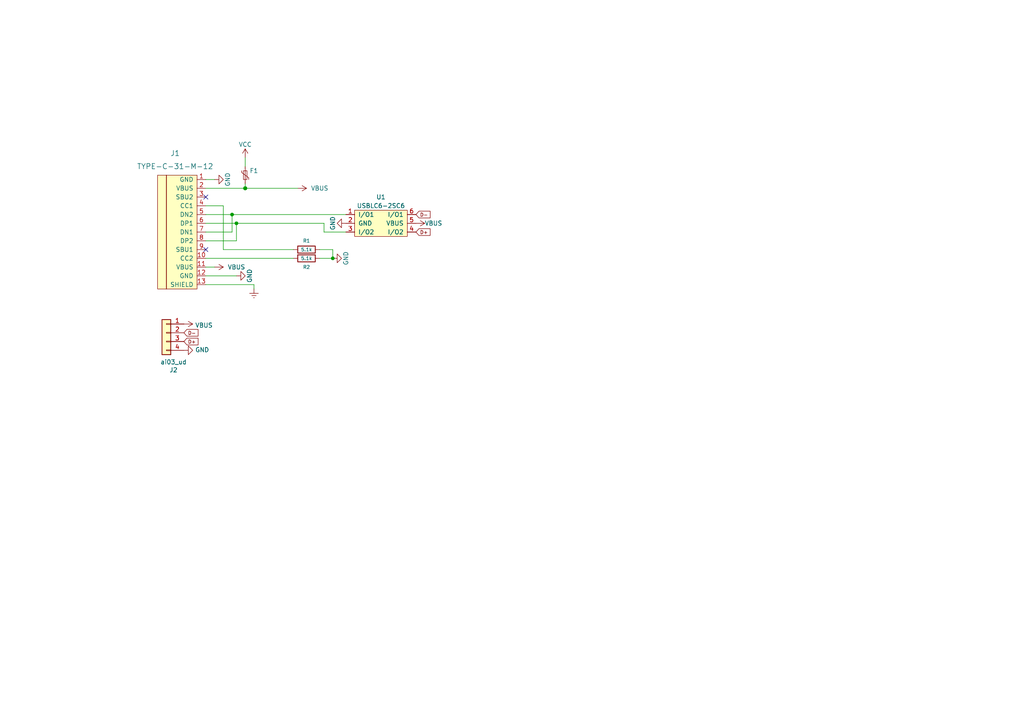
<source format=kicad_sch>
(kicad_sch (version 20211123) (generator eeschema)
  (paper "A4")
  (lib_symbols
    (symbol "Connector_Generic:Conn_01x04" (pin_names hide)
      (property "Reference" "J" (at 0 5.08 0))
      (property "Value" "Conn_01x04" (at 0 -7.62 0))
      (symbol "Conn_01x04_1_1"
        (rectangle (start -1.27 -4.953) (end 0 -5.207))
        (rectangle (start -1.27 -2.413) (end 0 -2.667))
        (rectangle (start -1.27 0.127) (end 0 -0.127))
        (rectangle (start -1.27 2.667) (end 0 2.413))
        (rectangle (start -1.27 3.81) (end 1.27 -6.35) (stroke (width 0.254)) (fill (type background)))
        (pin passive line (at -5.08 2.54 0) (length 3.81) (name "Pin_1") (number "1"))
        (pin passive line (at -5.08 0 0) (length 3.81) (name "Pin_2") (number "2"))
        (pin passive line (at -5.08 -2.54 0) (length 3.81) (name "Pin_3") (number "3"))
        (pin passive line (at -5.08 -5.08 0) (length 3.81) (name "Pin_4") (number "4"))
      )
    )
    (symbol "Device:Polyfuse_Small" (pin_numbers hide) (pin_names (offset 0))
      (property "Reference" "F" (at -1.905 0 90))
      (property "Value" "Polyfuse_Small" (at 1.905 0 90))
      (symbol "Polyfuse_Small_0_1"
        (rectangle (start -0.508 1.27) (end 0.508 -1.27))
        (polyline (pts (xy 0 2.54) (xy 0 -2.54)))
        (polyline (pts (xy -1.016 1.27) (xy -1.016 0.762) (xy 1.016 -0.762) (xy 1.016 -1.27)))
      )
      (symbol "Polyfuse_Small_1_1"
        (pin passive line (at 0 2.54 270) (length 0.635) (name "~") (number "1"))
        (pin passive line (at 0 -2.54 90) (length 0.635) (name "~") (number "2"))
      )
    )
    (symbol "Device:R" (pin_numbers hide) (pin_names (offset 0))
      (property "Reference" "R" (at 2.032 0 90))
      (property "Value" "R" (at 0 0 90))
      (symbol "R_0_1"
        (rectangle (start -1.016 -2.54) (end 1.016 2.54) (stroke (width 0.254)))
      )
      (symbol "R_1_1"
        (pin passive line (at 0 3.81 270) (length 1.27) (name "~") (number "1"))
        (pin passive line (at 0 -3.81 90) (length 1.27) (name "~") (number "2"))
      )
    )
    (symbol "Power:GND" (power) (pin_names (offset 0))
      (property "Value" "GND" (at 0 -3.81 0))
      (symbol "GND_0_1"
        (polyline (pts (xy 0 0) (xy 0 -1.27) (xy 1.27 -1.27) (xy 0 -2.54) (xy -1.27 -1.27) (xy 0 -1.27)))
      )
      (symbol "GND_1_1"
        (pin power_in line (at 0 0 270) (length 0) hide (name "GND") (number "1"))
      )
    )
    (symbol "Power:VBUS" (power) (pin_names (offset 0))
      (property "Value" "VBUS" (at 0 3.81 0))
      (symbol "VBUS_0_1"
        (polyline (pts (xy -0.762 1.27) (xy 0 2.54)))
        (polyline (pts (xy 0 0) (xy 0 2.54)))
        (polyline (pts (xy 0 2.54) (xy 0.762 1.27)))
      )
      (symbol "VBUS_1_1"
        (pin power_in line (at 0 0 90) (length 0) hide (name "VBUS") (number "1"))
      )
    )
    (symbol "Type-C:HRO-TYPE-C-31-M-12" (pin_names (offset 1.016))
      (property "Reference" "USB" (at -5.08 16.51 0))
      (property "Value" "HRO-TYPE-C-31-M-12" (at -10.16 -1.27 90))
      (symbol "HRO-TYPE-C-31-M-12_0_1"
        (rectangle (start -11.43 15.24) (end -8.89 -17.78) (fill (type background)))
        (rectangle (start 0 -17.78) (end -8.89 15.24) (fill (type background)))
      )
      (symbol "HRO-TYPE-C-31-M-12_1_1"
        (pin input line (at 2.54 13.97 180) (length 2.54) (name "GND") (number "1"))
        (pin input line (at 2.54 -8.89 180) (length 2.54) (name "CC2") (number "10"))
        (pin input line (at 2.54 -11.43 180) (length 2.54) (name "VBUS") (number "11"))
        (pin input line (at 2.54 -13.97 180) (length 2.54) (name "GND") (number "12"))
        (pin input line (at 2.54 -16.51 180) (length 2.54) (name "SHIELD") (number "13"))
        (pin input line (at 2.54 11.43 180) (length 2.54) (name "VBUS") (number "2"))
        (pin input line (at 2.54 8.89 180) (length 2.54) (name "SBU2") (number "3"))
        (pin input line (at 2.54 6.35 180) (length 2.54) (name "CC1") (number "4"))
        (pin input line (at 2.54 3.81 180) (length 2.54) (name "DN2") (number "5"))
        (pin input line (at 2.54 1.27 180) (length 2.54) (name "DP1") (number "6"))
        (pin input line (at 2.54 -1.27 180) (length 2.54) (name "DN1") (number "7"))
        (pin input line (at 2.54 -3.81 180) (length 2.54) (name "DP2") (number "8"))
        (pin input line (at 2.54 -6.35 180) (length 2.54) (name "SBU1") (number "9"))
      )
    )
    (symbol "keyboard_parts:USBLC6-2SC6" (pin_names (offset 1.016))
      (property "Reference" "D" (at -7.62 5.08 0))
      (property "Value" "USBLC6-2SC6" (at -7.62 -5.08 0))
      (symbol "USBLC6-2SC6_0_0"
        (pin passive line (at -10.16 2.54 0) (length 2.54) (name "I/O1") (number "1"))
        (pin power_in line (at -10.16 0 0) (length 2.54) (name "GND") (number "2"))
        (pin passive line (at -10.16 -2.54 0) (length 2.54) (name "I/O2") (number "3"))
        (pin passive line (at 10.16 -2.54 180) (length 2.54) (name "I/O2") (number "4"))
        (pin power_in line (at 10.16 0 180) (length 2.54) (name "VBUS") (number "5"))
        (pin passive line (at 10.16 2.54 180) (length 2.54) (name "I/O1") (number "6"))
      )
      (symbol "USBLC6-2SC6_0_1"
        (rectangle (start -7.62 3.81) (end 7.62 -3.81) (fill (type background)))
      )
    )
    (symbol "power:Earth" (power) (pin_names (offset 0))
      (symbol "Earth_0_1"
        (polyline (pts (xy -0.635 -1.905) (xy 0.635 -1.905)))
        (polyline (pts (xy -0.127 -2.54) (xy 0.127 -2.54)))
        (polyline (pts (xy 0 -1.27) (xy 0 0)))
        (polyline (pts (xy 1.27 -1.27) (xy -1.27 -1.27)))
      )
      (symbol "Earth_1_1"
        (pin power_in line (at 0 0 270) (length 0) hide (name "Earth") (number "1"))
      )
    )
    (symbol "power:GND" (power) (pin_names (offset 0))
      (property "Value" "GND" (at 0 -3.81 0))
      (symbol "GND_0_1"
        (polyline (pts (xy 0 0) (xy 0 -1.27) (xy 1.27 -1.27) (xy 0 -2.54) (xy -1.27 -1.27) (xy 0 -1.27)))
      )
      (symbol "GND_1_1"
        (pin power_in line (at 0 0 270) (length 0) hide (name "GND") (number "1"))
      )
    )
    (symbol "power:VBUS" (power) (pin_names (offset 0))
      (property "Value" "VBUS" (at 0 3.81 0))
      (symbol "VBUS_0_1"
        (polyline (pts (xy -0.762 1.27) (xy 0 2.54)))
        (polyline (pts (xy 0 0) (xy 0 2.54)))
        (polyline (pts (xy 0 2.54) (xy 0.762 1.27)))
      )
      (symbol "VBUS_1_1"
        (pin power_in line (at 0 0 90) (length 0) hide (name "VBUS") (number "1"))
      )
    )
    (symbol "power:VCC" (power) (pin_names (offset 0))
      (property "Value" "VCC" (at 0 3.81 0))
      (symbol "VCC_0_1"
        (polyline (pts (xy -0.762 1.27) (xy 0 2.54)))
        (polyline (pts (xy 0 0) (xy 0 2.54)))
        (polyline (pts (xy 0 2.54) (xy 0.762 1.27)))
      )
      (symbol "VCC_1_1"
        (pin power_in line (at 0 0 90) (length 0) hide (name "VCC") (number "1"))
      )
    )
  )
  (junction (at 67.31 62.23))
  (junction (at 68.58 64.77))
  (junction (at 96.52 74.93))
  (junction (at 71.12 54.61) (diameter 1.016))
  (no_connect (at 59.69 57.15))
  (no_connect (at 59.69 72.39))
  (wire (pts (xy 59.69 82.55) (xy 73.66 82.55)))
  (wire (pts (xy 92.71 74.93) (xy 96.52 74.93)))
  (wire (pts (xy 59.69 52.07) (xy 62.23 52.07)))
  (wire (pts (xy 59.69 74.93) (xy 85.09 74.93)))
  (wire (pts (xy 67.31 62.23) (xy 100.33 62.23)))
  (wire (pts (xy 59.69 67.31) (xy 67.31 67.31)))
  (wire (pts (xy 73.66 83.82) (xy 73.66 82.55)))
  (wire (pts (xy 71.12 54.61) (xy 71.12 53.34)))
  (wire (pts (xy 71.12 48.26) (xy 71.12 45.72)))
  (wire (pts (xy 59.69 59.69) (xy 64.77 59.69)))
  (wire (pts (xy 96.52 72.39) (xy 96.52 74.93)))
  (wire (pts (xy 64.77 59.69) (xy 64.77 72.39)))
  (wire (pts (xy 93.98 67.31) (xy 100.33 67.31)))
  (wire (pts (xy 71.12 54.61) (xy 86.36 54.61)))
  (wire (pts (xy 59.69 80.01) (xy 68.58 80.01)))
  (wire (pts (xy 64.77 72.39) (xy 85.09 72.39)))
  (wire (pts (xy 59.69 62.23) (xy 67.31 62.23)))
  (wire (pts (xy 68.58 64.77) (xy 93.98 64.77)))
  (wire (pts (xy 59.69 69.85) (xy 68.58 69.85)))
  (wire (pts (xy 59.69 77.47) (xy 62.23 77.47)))
  (wire (pts (xy 59.69 64.77) (xy 68.58 64.77)))
  (wire (pts (xy 67.31 67.31) (xy 67.31 62.23)))
  (wire (pts (xy 92.71 72.39) (xy 96.52 72.39)))
  (wire (pts (xy 59.69 54.61) (xy 71.12 54.61)))
  (wire (pts (xy 68.58 69.85) (xy 68.58 64.77)))
  (wire (pts (xy 93.98 64.77) (xy 93.98 67.31)))
  (global_label "D+" (shape input) (at 53.34 99.06 0) (effects (font (size 0.9906 0.9906))) (property "Intersheet References" "${INTERSHEET_REFS}" (effects hide)))
  (global_label "D-" (shape input) (at 53.34 96.52 0) (effects (font (size 0.9906 0.9906))) (property "Intersheet References" "${INTERSHEET_REFS}" (effects hide)))
  (global_label "D-" (shape input) (at 120.65 62.23 0) (effects (font (size 0.9906 0.9906))) (property "Intersheet References" "${INTERSHEET_REFS}" (effects hide)))
  (global_label "D+" (shape input) (at 120.65 67.31 0) (effects (font (size 0.9906 0.9906))) (property "Intersheet References" "${INTERSHEET_REFS}" (effects hide)))
  (symbol (lib_id "Device:R") (at 88.9 74.93 90) (unit 1)
    (property "Reference" "R2" (at 88.9 77.47 90) (effects (font (size 0.9906 0.9906))))
    (property "Value" "5.1k" (at 88.9 74.93 90) (effects (font (size 0.9906 0.9906))))
    (property "Footprint" "Keeb_components:R_0805" (effects hide))
  )
  (symbol (lib_id "Device:Polyfuse_Small") (at 71.12 50.8 0) (unit 1)
    (property "Reference" "F1" (at 72.39 49.53 0) (effects (justify left)))
    (property "Value" "Polyfuse_Small" (effects hide))
    (property "Footprint" "Keeb_components:F_0805" (effects hide))
  )
  (symbol (lib_id "power:VBUS") (at 62.23 77.47 270) (unit 1)
    (property "Reference" "#PWR0101" (effects hide))
    (property "Value" "VBUS" (at 68.58 77.47 90))
  )
  (symbol (lib_id "power:Earth") (at 73.66 83.82 0) (unit 1)
    (property "Reference" "#PWR0102" (effects hide))
    (property "Value" "Earth" (effects hide))
  )
  (symbol (lib_id "Power:VBUS") (at 53.34 93.98 270) (unit 1)
    (property "Reference" "#PWR0111" (effects hide))
    (property "Value" "VBUS" (at 56.5912 94.361 90) (effects (justify left)))
  )
  (symbol (lib_id "power:GND") (at 68.58 80.01 90) (unit 1)
    (property "Reference" "#PWR0103" (effects hide))
    (property "Value" "GND" (at 72.39 80.01 0))
  )
  (symbol (lib_id "power:GND") (at 100.33 64.77 270) (unit 1)
    (property "Reference" "#PWR0105" (effects hide))
    (property "Value" "GND" (at 96.52 64.77 0))
  )
  (symbol (lib_id "keyboard_parts:USBLC6-2SC6") (at 110.49 64.77 0) (unit 1)
    (property "Reference" "U1" (at 110.49 57.15 0))
    (property "Value" "USBLC6-2SC6" (at 110.49 59.69 0))
    (property "Footprint" "Keeb_components:USBLC6-2SC6" (effects hide))
  )
  (symbol (lib_id "power:GND") (at 62.23 52.07 90) (unit 1)
    (property "Reference" "#PWR0109" (effects hide))
    (property "Value" "GND" (at 66.04 52.07 0))
  )
  (symbol (lib_id "power:GND") (at 96.52 74.93 90) (unit 1)
    (property "Reference" "#PWR0104" (effects hide))
    (property "Value" "GND" (at 100.33 74.93 0))
  )
  (symbol (lib_id "Power:GND") (at 53.34 101.6 90) (unit 1)
    (property "Reference" "#PWR0110" (effects hide))
    (property "Value" "GND" (at 56.5912 101.473 90) (effects (justify right)))
  )
  (symbol (lib_id "power:VCC") (at 71.12 45.72 0) (unit 1)
    (property "Reference" "#PWR0108" (effects hide))
    (property "Value" "VCC" (at 71.12 41.91 0))
  )
  (symbol (lib_id "Connector_Generic:Conn_01x04") (at 48.26 96.52 0) (mirror y) (unit 1)
    (property "Reference" "J2" (at 50.3428 107.315 0))
    (property "Value" "ai03_ud" (at 50.3428 105.0036 0))
    (property "Footprint" "Keeb_components:JST_SH_SM04B-SRSS-TB_1x04-1MP_P1.00mm_Horizontal" (effects hide))
  )
  (symbol (lib_id "Type-C:HRO-TYPE-C-31-M-12") (at 57.15 66.04 0) (unit 1)
    (property "Reference" "J1" (at 50.8 44.45 0) (effects (font (size 1.524 1.524))))
    (property "Value" "TYPE-C-31-M-12" (at 50.8 48.26 0) (effects (font (size 1.524 1.524))))
    (property "Footprint" "Keeb_components:HRO-TYPE-C-31-M-12" (effects hide))
  )
  (symbol (lib_id "power:VBUS") (at 86.36 54.61 270) (unit 1)
    (property "Reference" "#PWR0107" (effects hide))
    (property "Value" "VBUS" (at 92.71 54.61 90))
  )
  (symbol (lib_id "power:VBUS") (at 120.65 64.77 270) (unit 1)
    (property "Reference" "#PWR0106" (effects hide))
    (property "Value" "VBUS" (at 125.73 64.77 90))
  )
  (symbol (lib_id "Device:R") (at 88.9 72.39 90) (mirror x) (unit 1)
    (property "Reference" "R1" (at 88.9 69.85 90) (effects (font (size 0.9906 0.9906))))
    (property "Value" "5.1k" (at 88.9 72.39 90) (effects (font (size 0.9906 0.9906))))
    (property "Footprint" "Keeb_components:R_0805" (effects hide))
  )
)
</source>
